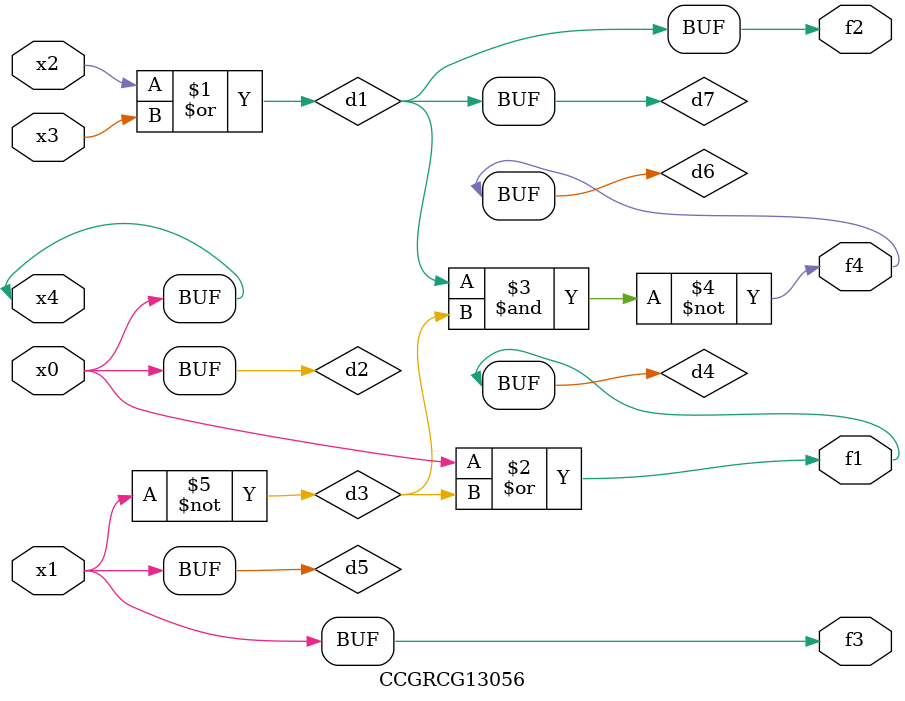
<source format=v>
module CCGRCG13056(
	input x0, x1, x2, x3, x4,
	output f1, f2, f3, f4
);

	wire d1, d2, d3, d4, d5, d6, d7;

	or (d1, x2, x3);
	buf (d2, x0, x4);
	not (d3, x1);
	or (d4, d2, d3);
	not (d5, d3);
	nand (d6, d1, d3);
	or (d7, d1);
	assign f1 = d4;
	assign f2 = d7;
	assign f3 = d5;
	assign f4 = d6;
endmodule

</source>
